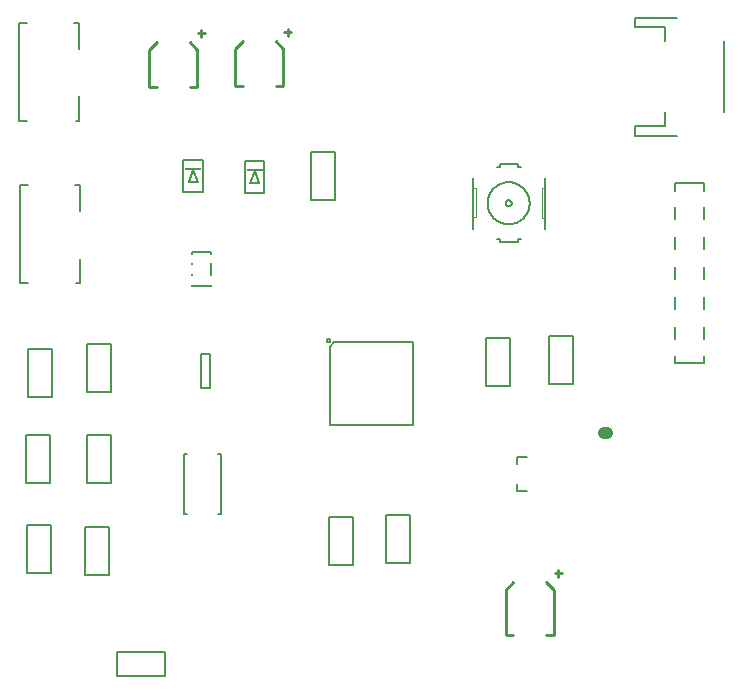
<source format=gto>
G75*
%MOIN*%
%OFA0B0*%
%FSLAX25Y25*%
%IPPOS*%
%LPD*%
%AMOC8*
5,1,8,0,0,1.08239X$1,22.5*
%
%ADD10C,0.00500*%
%ADD11C,0.00600*%
%ADD12C,0.00800*%
%ADD13C,0.04000*%
%ADD14C,0.00200*%
%ADD15C,0.01000*%
%ADD16R,0.05512X0.00787*%
%ADD17C,0.00700*%
D10*
X0044969Y0034008D02*
X0044969Y0042008D01*
X0060969Y0042008D01*
X0060969Y0034008D01*
X0044969Y0034008D01*
X0042323Y0067606D02*
X0034323Y0067606D01*
X0034323Y0083606D01*
X0042323Y0083606D01*
X0042323Y0067606D01*
X0022835Y0068236D02*
X0014835Y0068236D01*
X0014835Y0084236D01*
X0022835Y0084236D01*
X0022835Y0068236D01*
X0022638Y0098354D02*
X0014638Y0098354D01*
X0014638Y0114354D01*
X0022638Y0114354D01*
X0022638Y0098354D01*
X0034835Y0098276D02*
X0042835Y0098276D01*
X0042835Y0114276D01*
X0034835Y0114276D01*
X0034835Y0098276D01*
X0023110Y0126858D02*
X0015110Y0126858D01*
X0015110Y0142858D01*
X0023110Y0142858D01*
X0023110Y0126858D01*
X0035031Y0128748D02*
X0035031Y0144748D01*
X0043031Y0144748D01*
X0043031Y0128748D01*
X0035031Y0128748D01*
X0067063Y0107772D02*
X0068244Y0107772D01*
X0067063Y0107772D02*
X0067063Y0088087D01*
X0068244Y0088087D01*
X0078480Y0088087D02*
X0079661Y0088087D01*
X0079661Y0107772D01*
X0078480Y0107772D01*
X0115661Y0086874D02*
X0115661Y0070874D01*
X0123661Y0070874D01*
X0123661Y0086874D01*
X0115661Y0086874D01*
X0134598Y0087701D02*
X0134598Y0071701D01*
X0142598Y0071701D01*
X0142598Y0087701D01*
X0134598Y0087701D01*
X0167906Y0130598D02*
X0167906Y0146598D01*
X0175906Y0146598D01*
X0175906Y0130598D01*
X0167906Y0130598D01*
X0189047Y0131346D02*
X0189047Y0147346D01*
X0197047Y0147346D01*
X0197047Y0131346D01*
X0189047Y0131346D01*
X0117598Y0192606D02*
X0109598Y0192606D01*
X0109598Y0208606D01*
X0117598Y0208606D01*
X0117598Y0192606D01*
X0094012Y0194898D02*
X0087516Y0194898D01*
X0087516Y0205528D01*
X0094012Y0205528D01*
X0094012Y0194898D01*
X0073539Y0195291D02*
X0067043Y0195291D01*
X0067043Y0205921D01*
X0073539Y0205921D01*
X0073539Y0195291D01*
D11*
X0071866Y0198638D02*
X0068717Y0198638D01*
X0070291Y0202575D01*
X0071866Y0198638D01*
X0089189Y0198244D02*
X0090764Y0202181D01*
X0092339Y0198244D01*
X0089189Y0198244D01*
X0076236Y0175102D02*
X0069858Y0175102D01*
X0069858Y0174732D01*
X0069858Y0171559D02*
X0069858Y0171189D01*
X0069858Y0167819D02*
X0069858Y0167449D01*
X0069858Y0164276D02*
X0069858Y0163906D01*
X0076236Y0163906D01*
X0076236Y0164276D01*
X0076236Y0167449D02*
X0076236Y0171559D01*
X0076236Y0174732D02*
X0076236Y0175102D01*
X0075965Y0141206D02*
X0072965Y0141206D01*
X0072965Y0129806D01*
X0075965Y0129806D01*
X0075965Y0141206D01*
X0163409Y0183051D02*
X0163409Y0187051D01*
X0163409Y0196551D01*
X0163409Y0200051D01*
X0171409Y0203551D02*
X0172409Y0203551D01*
X0172409Y0204551D01*
X0178409Y0204551D01*
X0178409Y0203551D01*
X0179409Y0203551D01*
X0187409Y0200051D02*
X0187409Y0196551D01*
X0187409Y0186551D01*
X0187409Y0183051D01*
X0179409Y0179551D02*
X0178409Y0179551D01*
X0178409Y0178551D01*
X0172409Y0178551D01*
X0172409Y0179551D01*
X0171409Y0179551D01*
X0174409Y0191551D02*
X0174411Y0191614D01*
X0174417Y0191676D01*
X0174427Y0191738D01*
X0174440Y0191800D01*
X0174458Y0191860D01*
X0174479Y0191919D01*
X0174504Y0191977D01*
X0174533Y0192033D01*
X0174565Y0192087D01*
X0174600Y0192139D01*
X0174638Y0192188D01*
X0174680Y0192236D01*
X0174724Y0192280D01*
X0174772Y0192322D01*
X0174821Y0192360D01*
X0174873Y0192395D01*
X0174927Y0192427D01*
X0174983Y0192456D01*
X0175041Y0192481D01*
X0175100Y0192502D01*
X0175160Y0192520D01*
X0175222Y0192533D01*
X0175284Y0192543D01*
X0175346Y0192549D01*
X0175409Y0192551D01*
X0175472Y0192549D01*
X0175534Y0192543D01*
X0175596Y0192533D01*
X0175658Y0192520D01*
X0175718Y0192502D01*
X0175777Y0192481D01*
X0175835Y0192456D01*
X0175891Y0192427D01*
X0175945Y0192395D01*
X0175997Y0192360D01*
X0176046Y0192322D01*
X0176094Y0192280D01*
X0176138Y0192236D01*
X0176180Y0192188D01*
X0176218Y0192139D01*
X0176253Y0192087D01*
X0176285Y0192033D01*
X0176314Y0191977D01*
X0176339Y0191919D01*
X0176360Y0191860D01*
X0176378Y0191800D01*
X0176391Y0191738D01*
X0176401Y0191676D01*
X0176407Y0191614D01*
X0176409Y0191551D01*
X0176407Y0191488D01*
X0176401Y0191426D01*
X0176391Y0191364D01*
X0176378Y0191302D01*
X0176360Y0191242D01*
X0176339Y0191183D01*
X0176314Y0191125D01*
X0176285Y0191069D01*
X0176253Y0191015D01*
X0176218Y0190963D01*
X0176180Y0190914D01*
X0176138Y0190866D01*
X0176094Y0190822D01*
X0176046Y0190780D01*
X0175997Y0190742D01*
X0175945Y0190707D01*
X0175891Y0190675D01*
X0175835Y0190646D01*
X0175777Y0190621D01*
X0175718Y0190600D01*
X0175658Y0190582D01*
X0175596Y0190569D01*
X0175534Y0190559D01*
X0175472Y0190553D01*
X0175409Y0190551D01*
X0175346Y0190553D01*
X0175284Y0190559D01*
X0175222Y0190569D01*
X0175160Y0190582D01*
X0175100Y0190600D01*
X0175041Y0190621D01*
X0174983Y0190646D01*
X0174927Y0190675D01*
X0174873Y0190707D01*
X0174821Y0190742D01*
X0174772Y0190780D01*
X0174724Y0190822D01*
X0174680Y0190866D01*
X0174638Y0190914D01*
X0174600Y0190963D01*
X0174565Y0191015D01*
X0174533Y0191069D01*
X0174504Y0191125D01*
X0174479Y0191183D01*
X0174458Y0191242D01*
X0174440Y0191302D01*
X0174427Y0191364D01*
X0174417Y0191426D01*
X0174411Y0191488D01*
X0174409Y0191551D01*
X0168409Y0191551D02*
X0168411Y0191723D01*
X0168417Y0191894D01*
X0168428Y0192066D01*
X0168443Y0192237D01*
X0168462Y0192408D01*
X0168485Y0192578D01*
X0168512Y0192748D01*
X0168544Y0192917D01*
X0168579Y0193085D01*
X0168619Y0193252D01*
X0168663Y0193418D01*
X0168710Y0193583D01*
X0168762Y0193747D01*
X0168818Y0193909D01*
X0168878Y0194070D01*
X0168942Y0194230D01*
X0169010Y0194388D01*
X0169081Y0194544D01*
X0169156Y0194698D01*
X0169236Y0194851D01*
X0169318Y0195001D01*
X0169405Y0195150D01*
X0169495Y0195296D01*
X0169589Y0195440D01*
X0169686Y0195582D01*
X0169787Y0195721D01*
X0169891Y0195858D01*
X0169998Y0195992D01*
X0170109Y0196123D01*
X0170222Y0196252D01*
X0170339Y0196378D01*
X0170459Y0196501D01*
X0170582Y0196621D01*
X0170708Y0196738D01*
X0170837Y0196851D01*
X0170968Y0196962D01*
X0171102Y0197069D01*
X0171239Y0197173D01*
X0171378Y0197274D01*
X0171520Y0197371D01*
X0171664Y0197465D01*
X0171810Y0197555D01*
X0171959Y0197642D01*
X0172109Y0197724D01*
X0172262Y0197804D01*
X0172416Y0197879D01*
X0172572Y0197950D01*
X0172730Y0198018D01*
X0172890Y0198082D01*
X0173051Y0198142D01*
X0173213Y0198198D01*
X0173377Y0198250D01*
X0173542Y0198297D01*
X0173708Y0198341D01*
X0173875Y0198381D01*
X0174043Y0198416D01*
X0174212Y0198448D01*
X0174382Y0198475D01*
X0174552Y0198498D01*
X0174723Y0198517D01*
X0174894Y0198532D01*
X0175066Y0198543D01*
X0175237Y0198549D01*
X0175409Y0198551D01*
X0175581Y0198549D01*
X0175752Y0198543D01*
X0175924Y0198532D01*
X0176095Y0198517D01*
X0176266Y0198498D01*
X0176436Y0198475D01*
X0176606Y0198448D01*
X0176775Y0198416D01*
X0176943Y0198381D01*
X0177110Y0198341D01*
X0177276Y0198297D01*
X0177441Y0198250D01*
X0177605Y0198198D01*
X0177767Y0198142D01*
X0177928Y0198082D01*
X0178088Y0198018D01*
X0178246Y0197950D01*
X0178402Y0197879D01*
X0178556Y0197804D01*
X0178709Y0197724D01*
X0178859Y0197642D01*
X0179008Y0197555D01*
X0179154Y0197465D01*
X0179298Y0197371D01*
X0179440Y0197274D01*
X0179579Y0197173D01*
X0179716Y0197069D01*
X0179850Y0196962D01*
X0179981Y0196851D01*
X0180110Y0196738D01*
X0180236Y0196621D01*
X0180359Y0196501D01*
X0180479Y0196378D01*
X0180596Y0196252D01*
X0180709Y0196123D01*
X0180820Y0195992D01*
X0180927Y0195858D01*
X0181031Y0195721D01*
X0181132Y0195582D01*
X0181229Y0195440D01*
X0181323Y0195296D01*
X0181413Y0195150D01*
X0181500Y0195001D01*
X0181582Y0194851D01*
X0181662Y0194698D01*
X0181737Y0194544D01*
X0181808Y0194388D01*
X0181876Y0194230D01*
X0181940Y0194070D01*
X0182000Y0193909D01*
X0182056Y0193747D01*
X0182108Y0193583D01*
X0182155Y0193418D01*
X0182199Y0193252D01*
X0182239Y0193085D01*
X0182274Y0192917D01*
X0182306Y0192748D01*
X0182333Y0192578D01*
X0182356Y0192408D01*
X0182375Y0192237D01*
X0182390Y0192066D01*
X0182401Y0191894D01*
X0182407Y0191723D01*
X0182409Y0191551D01*
X0182407Y0191379D01*
X0182401Y0191208D01*
X0182390Y0191036D01*
X0182375Y0190865D01*
X0182356Y0190694D01*
X0182333Y0190524D01*
X0182306Y0190354D01*
X0182274Y0190185D01*
X0182239Y0190017D01*
X0182199Y0189850D01*
X0182155Y0189684D01*
X0182108Y0189519D01*
X0182056Y0189355D01*
X0182000Y0189193D01*
X0181940Y0189032D01*
X0181876Y0188872D01*
X0181808Y0188714D01*
X0181737Y0188558D01*
X0181662Y0188404D01*
X0181582Y0188251D01*
X0181500Y0188101D01*
X0181413Y0187952D01*
X0181323Y0187806D01*
X0181229Y0187662D01*
X0181132Y0187520D01*
X0181031Y0187381D01*
X0180927Y0187244D01*
X0180820Y0187110D01*
X0180709Y0186979D01*
X0180596Y0186850D01*
X0180479Y0186724D01*
X0180359Y0186601D01*
X0180236Y0186481D01*
X0180110Y0186364D01*
X0179981Y0186251D01*
X0179850Y0186140D01*
X0179716Y0186033D01*
X0179579Y0185929D01*
X0179440Y0185828D01*
X0179298Y0185731D01*
X0179154Y0185637D01*
X0179008Y0185547D01*
X0178859Y0185460D01*
X0178709Y0185378D01*
X0178556Y0185298D01*
X0178402Y0185223D01*
X0178246Y0185152D01*
X0178088Y0185084D01*
X0177928Y0185020D01*
X0177767Y0184960D01*
X0177605Y0184904D01*
X0177441Y0184852D01*
X0177276Y0184805D01*
X0177110Y0184761D01*
X0176943Y0184721D01*
X0176775Y0184686D01*
X0176606Y0184654D01*
X0176436Y0184627D01*
X0176266Y0184604D01*
X0176095Y0184585D01*
X0175924Y0184570D01*
X0175752Y0184559D01*
X0175581Y0184553D01*
X0175409Y0184551D01*
X0175237Y0184553D01*
X0175066Y0184559D01*
X0174894Y0184570D01*
X0174723Y0184585D01*
X0174552Y0184604D01*
X0174382Y0184627D01*
X0174212Y0184654D01*
X0174043Y0184686D01*
X0173875Y0184721D01*
X0173708Y0184761D01*
X0173542Y0184805D01*
X0173377Y0184852D01*
X0173213Y0184904D01*
X0173051Y0184960D01*
X0172890Y0185020D01*
X0172730Y0185084D01*
X0172572Y0185152D01*
X0172416Y0185223D01*
X0172262Y0185298D01*
X0172109Y0185378D01*
X0171959Y0185460D01*
X0171810Y0185547D01*
X0171664Y0185637D01*
X0171520Y0185731D01*
X0171378Y0185828D01*
X0171239Y0185929D01*
X0171102Y0186033D01*
X0170968Y0186140D01*
X0170837Y0186251D01*
X0170708Y0186364D01*
X0170582Y0186481D01*
X0170459Y0186601D01*
X0170339Y0186724D01*
X0170222Y0186850D01*
X0170109Y0186979D01*
X0169998Y0187110D01*
X0169891Y0187244D01*
X0169787Y0187381D01*
X0169686Y0187520D01*
X0169589Y0187662D01*
X0169495Y0187806D01*
X0169405Y0187952D01*
X0169318Y0188101D01*
X0169236Y0188251D01*
X0169156Y0188404D01*
X0169081Y0188558D01*
X0169010Y0188714D01*
X0168942Y0188872D01*
X0168878Y0189032D01*
X0168818Y0189193D01*
X0168762Y0189355D01*
X0168710Y0189519D01*
X0168663Y0189684D01*
X0168619Y0189850D01*
X0168579Y0190017D01*
X0168544Y0190185D01*
X0168512Y0190354D01*
X0168485Y0190524D01*
X0168462Y0190694D01*
X0168443Y0190865D01*
X0168428Y0191036D01*
X0168417Y0191208D01*
X0168411Y0191379D01*
X0168409Y0191551D01*
X0178321Y0106797D02*
X0178321Y0104597D01*
X0178321Y0106797D02*
X0181521Y0106797D01*
X0178321Y0097797D02*
X0178321Y0095597D01*
X0181521Y0095597D01*
D12*
X0143539Y0117516D02*
X0115941Y0117516D01*
X0115941Y0143717D01*
X0117339Y0145114D01*
X0143539Y0145114D01*
X0143539Y0117516D01*
X0114740Y0145815D02*
X0114742Y0145864D01*
X0114748Y0145912D01*
X0114758Y0145960D01*
X0114772Y0146007D01*
X0114789Y0146053D01*
X0114810Y0146097D01*
X0114835Y0146139D01*
X0114863Y0146179D01*
X0114895Y0146217D01*
X0114929Y0146252D01*
X0114966Y0146284D01*
X0115005Y0146313D01*
X0115047Y0146339D01*
X0115091Y0146361D01*
X0115136Y0146379D01*
X0115183Y0146394D01*
X0115230Y0146405D01*
X0115279Y0146412D01*
X0115328Y0146415D01*
X0115377Y0146414D01*
X0115425Y0146409D01*
X0115474Y0146400D01*
X0115521Y0146387D01*
X0115567Y0146370D01*
X0115611Y0146350D01*
X0115654Y0146326D01*
X0115695Y0146299D01*
X0115733Y0146268D01*
X0115769Y0146235D01*
X0115801Y0146199D01*
X0115831Y0146160D01*
X0115858Y0146119D01*
X0115881Y0146075D01*
X0115900Y0146030D01*
X0115916Y0145984D01*
X0115928Y0145937D01*
X0115936Y0145888D01*
X0115940Y0145839D01*
X0115940Y0145791D01*
X0115936Y0145742D01*
X0115928Y0145693D01*
X0115916Y0145646D01*
X0115900Y0145600D01*
X0115881Y0145555D01*
X0115858Y0145511D01*
X0115831Y0145470D01*
X0115801Y0145431D01*
X0115769Y0145395D01*
X0115733Y0145362D01*
X0115695Y0145331D01*
X0115654Y0145304D01*
X0115611Y0145280D01*
X0115567Y0145260D01*
X0115521Y0145243D01*
X0115474Y0145230D01*
X0115425Y0145221D01*
X0115377Y0145216D01*
X0115328Y0145215D01*
X0115279Y0145218D01*
X0115230Y0145225D01*
X0115183Y0145236D01*
X0115136Y0145251D01*
X0115091Y0145269D01*
X0115047Y0145291D01*
X0115005Y0145317D01*
X0114966Y0145346D01*
X0114929Y0145378D01*
X0114895Y0145413D01*
X0114863Y0145451D01*
X0114835Y0145491D01*
X0114810Y0145533D01*
X0114789Y0145577D01*
X0114772Y0145623D01*
X0114758Y0145670D01*
X0114748Y0145718D01*
X0114742Y0145766D01*
X0114740Y0145815D01*
X0032496Y0164780D02*
X0031315Y0164780D01*
X0032496Y0164780D02*
X0032496Y0173047D01*
X0032496Y0188795D02*
X0032496Y0197457D01*
X0030921Y0197457D01*
X0015173Y0197457D02*
X0012417Y0197457D01*
X0012417Y0164780D01*
X0015173Y0164780D01*
X0014937Y0219031D02*
X0012181Y0219031D01*
X0012181Y0251709D01*
X0014937Y0251709D01*
X0030685Y0251709D02*
X0032260Y0251709D01*
X0032260Y0243047D01*
X0032260Y0227299D02*
X0032260Y0219031D01*
X0031079Y0219031D01*
X0217654Y0217102D02*
X0217654Y0213953D01*
X0231433Y0213953D01*
X0227496Y0217102D02*
X0217654Y0217102D01*
X0227496Y0217102D02*
X0227496Y0221827D01*
X0247181Y0221827D02*
X0247181Y0245449D01*
X0231433Y0253323D02*
X0217654Y0253323D01*
X0217654Y0250173D01*
X0227496Y0250173D01*
X0227496Y0245449D01*
D13*
X0208291Y0114780D02*
X0207291Y0114780D01*
D14*
X0187409Y0186551D02*
X0186409Y0186551D01*
X0186409Y0196551D01*
X0187409Y0196551D01*
X0164409Y0196551D02*
X0164409Y0187051D01*
X0163409Y0187051D01*
X0163409Y0196551D02*
X0164409Y0196551D01*
D15*
X0102969Y0248531D02*
X0100606Y0248531D01*
X0101787Y0247350D02*
X0101787Y0249713D01*
X0097839Y0245488D02*
X0100339Y0242988D01*
X0100339Y0230488D01*
X0097839Y0230488D01*
X0086839Y0230488D02*
X0084339Y0230488D01*
X0084339Y0242988D01*
X0086839Y0245488D01*
X0074228Y0248138D02*
X0071866Y0248138D01*
X0073047Y0246957D02*
X0073047Y0249319D01*
X0069098Y0245094D02*
X0071598Y0242594D01*
X0071598Y0230094D01*
X0069098Y0230094D01*
X0058098Y0230094D02*
X0055598Y0230094D01*
X0055598Y0242594D01*
X0058098Y0245094D01*
X0191945Y0069398D02*
X0191945Y0067035D01*
X0193126Y0068217D02*
X0190764Y0068217D01*
X0187996Y0065173D02*
X0190496Y0062673D01*
X0190496Y0047673D01*
X0187996Y0047673D01*
X0176996Y0047673D02*
X0174496Y0047673D01*
X0174496Y0062673D01*
X0176996Y0065173D01*
D16*
X0090764Y0202575D03*
X0070291Y0202969D03*
D17*
X0230724Y0198126D02*
X0230724Y0195626D01*
X0230724Y0198126D02*
X0240567Y0198126D01*
X0240567Y0195626D01*
X0240567Y0190126D02*
X0240567Y0186126D01*
X0240567Y0180126D02*
X0240567Y0176126D01*
X0240567Y0170126D02*
X0240567Y0166126D01*
X0240567Y0160126D02*
X0240567Y0156126D01*
X0240567Y0150126D02*
X0240567Y0146126D01*
X0240567Y0140626D02*
X0240567Y0138126D01*
X0230724Y0138126D01*
X0230724Y0140626D01*
X0230724Y0146126D02*
X0230724Y0150126D01*
X0230724Y0156126D02*
X0230724Y0160126D01*
X0230724Y0166126D02*
X0230724Y0170126D01*
X0230724Y0176126D02*
X0230724Y0180126D01*
X0230724Y0186126D02*
X0230724Y0190126D01*
M02*

</source>
